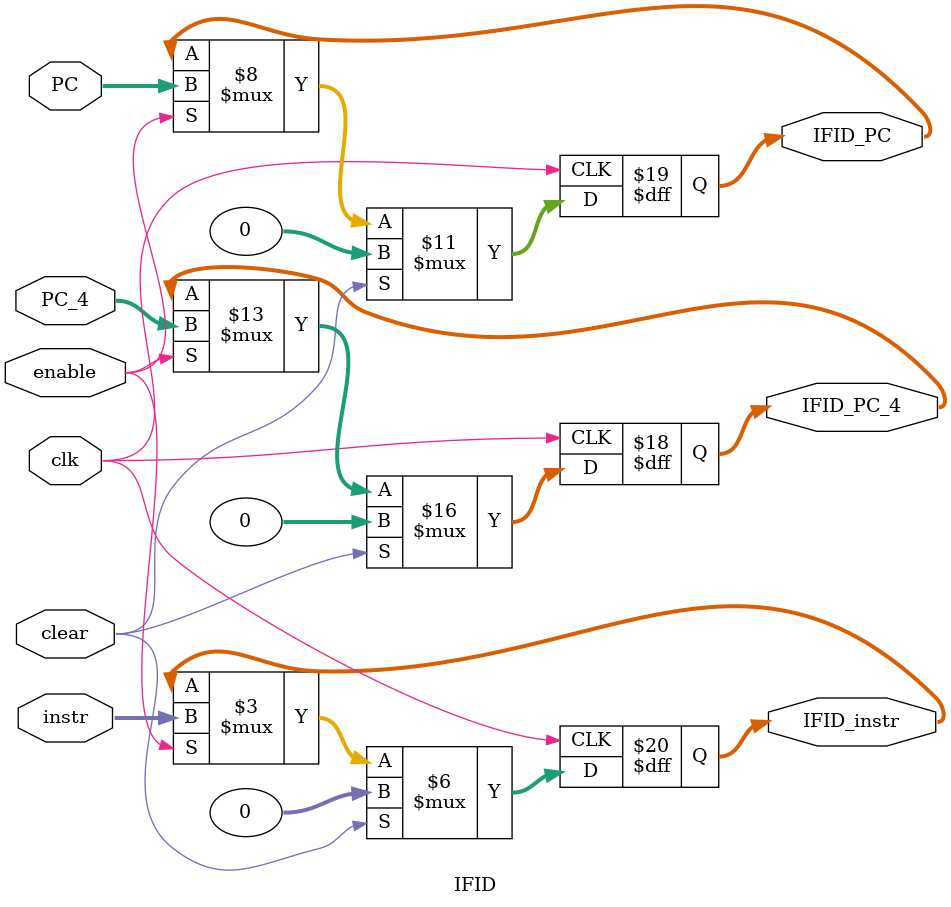
<source format=v>
`timescale 1ns / 1ps


module IFID(
    input clk,
    input clear,
    input enable,
    input [31:0] PC_4,
    input [31:0] PC,
    input [31:0] instr,
    output reg [31:0] IFID_PC_4,
    output reg [31:0] IFID_PC,
    output reg [31:0] IFID_instr
);

initial begin
    IFID_PC_4 <= 0;
    IFID_PC <= 0;
    IFID_instr <= 0;
end

always @(posedge clk)begin
    if(clear) begin
        IFID_PC_4 <= 0;
        IFID_PC <= 0;
        IFID_instr <= 0;
    end
    else if(enable) begin
        IFID_PC_4 <= PC_4;
        IFID_PC <= PC;
        IFID_instr <= instr;
    end
end

endmodule

</source>
